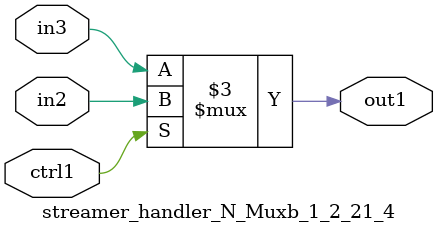
<source format=v>

`timescale 1ps / 1ps


module streamer_handler_N_Muxb_1_2_21_4( in3, in2, ctrl1, out1 );

    input in3;
    input in2;
    input ctrl1;
    output out1;
    reg out1;

    
    // rtl_process:streamer_handler_N_Muxb_1_2_21_4/streamer_handler_N_Muxb_1_2_21_4_thread_1
    always @*
      begin : streamer_handler_N_Muxb_1_2_21_4_thread_1
        case (ctrl1) 
          1'b1: 
            begin
              out1 = in2;
            end
          default: 
            begin
              out1 = in3;
            end
        endcase
      end

endmodule



</source>
